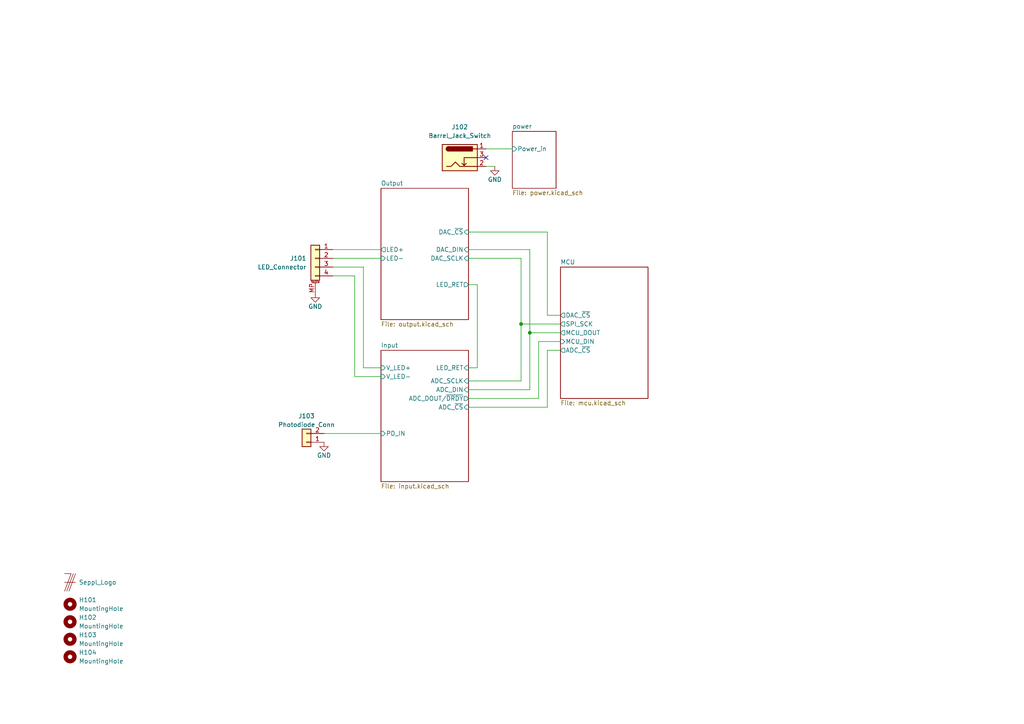
<source format=kicad_sch>
(kicad_sch (version 20230121) (generator eeschema)
  (paper "A4")
  (title_block (title "led-efficiency-measurement") (date "2023-01-24") (rev "0.1"))
  (lib_symbols
    (symbol "Connector:Barrel_Jack_Switch" (pin_names hide)
      (property "Reference" "J" (at 0 5.334 0))
      (property "Value" "Barrel_Jack_Switch" (at 0 -5.08 0))
      (symbol "Barrel_Jack_Switch_0_1"
        (rectangle (start -5.08 3.81) (end 5.08 -3.81) (stroke (width 0.254)) (fill (type background)))
        (arc (start -3.302 3.175) (mid -3.9343 2.54) (end -3.302 1.905) (stroke (width 0.254)))
        (arc (start -3.302 3.175) (mid -3.9343 2.54) (end -3.302 1.905) (stroke (width 0.254)) (fill (type outline)))
        (polyline (pts (xy 1.27 -2.286) (xy 1.905 -1.651)) (stroke (width 0.254)))
        (polyline (pts (xy 5.08 2.54) (xy 3.81 2.54)) (stroke (width 0.254)))
        (polyline (pts (xy 5.08 0) (xy 1.27 0) (xy 1.27 -2.286) (xy 0.635 -1.651)) (stroke (width 0.254)))
        (polyline (pts (xy -3.81 -2.54) (xy -2.54 -2.54) (xy -1.27 -1.27) (xy 0 -2.54) (xy 2.54 -2.54) (xy 5.08 -2.54)) (stroke (width 0.254)))
        (rectangle (start 3.683 3.175) (end -3.302 1.905) (stroke (width 0.254)) (fill (type outline)))
      )
      (symbol "Barrel_Jack_Switch_1_1"
        (pin passive line (at 7.62 2.54 180) (length 2.54) (name "~") (number "1"))
        (pin passive line (at 7.62 -2.54 180) (length 2.54) (name "~") (number "2"))
        (pin passive line (at 7.62 0 180) (length 2.54) (name "~") (number "3"))
      )
    )
    (symbol "Connector_Generic:Conn_01x02" (pin_names (offset 1.016) hide)
      (property "Reference" "J" (at 0 2.54 0))
      (property "Value" "Conn_01x02" (at 0 -5.08 0))
      (symbol "Conn_01x02_1_1"
        (rectangle (start -1.27 -2.413) (end 0 -2.667) (stroke (width 0.1524)))
        (rectangle (start -1.27 0.127) (end 0 -0.127) (stroke (width 0.1524)))
        (rectangle (start -1.27 1.27) (end 1.27 -3.81) (stroke (width 0.254)) (fill (type background)))
        (pin passive line (at -5.08 0 0) (length 3.81) (name "Pin_1") (number "1"))
        (pin passive line (at -5.08 -2.54 0) (length 3.81) (name "Pin_2") (number "2"))
      )
    )
    (symbol "Connector_Generic_MountingPin:Conn_01x04_MountingPin" (pin_names (offset 1.016) hide)
      (property "Reference" "J" (at 0 5.08 0))
      (property "Value" "Conn_01x04_MountingPin" (at 1.27 -7.62 0))
      (symbol "Conn_01x04_MountingPin_1_1"
        (rectangle (start -1.27 -4.953) (end 0 -5.207) (stroke (width 0.1524)))
        (rectangle (start -1.27 -2.413) (end 0 -2.667) (stroke (width 0.1524)))
        (rectangle (start -1.27 0.127) (end 0 -0.127) (stroke (width 0.1524)))
        (rectangle (start -1.27 2.667) (end 0 2.413) (stroke (width 0.1524)))
        (rectangle (start -1.27 3.81) (end 1.27 -6.35) (stroke (width 0.254)) (fill (type background)))
        (polyline (pts (xy -1.016 -7.112) (xy 1.016 -7.112)) (stroke (width 0.1524)))
        (text "Mounting" (at 0 -6.731 0) (effects (font (size 0.381 0.381))))
        (pin passive line (at -5.08 2.54 0) (length 3.81) (name "Pin_1") (number "1"))
        (pin passive line (at -5.08 0 0) (length 3.81) (name "Pin_2") (number "2"))
        (pin passive line (at -5.08 -2.54 0) (length 3.81) (name "Pin_3") (number "3"))
        (pin passive line (at -5.08 -5.08 0) (length 3.81) (name "Pin_4") (number "4"))
        (pin passive line (at 0 -10.16 90) (length 3.048) (name "MountPin") (number "MP"))
      )
    )
    (symbol "Seppl_Logo:Seppl_Logo" (in_bom no)
      (property "Value" "Seppl_Logo" (at 0 3.81 0))
      (symbol "Seppl_Logo_0_1"
        (polyline (pts (xy -1.5875 0) (xy 1.5875 0)))
        (polyline (pts (xy -0.9525 -2.54) (xy 0.9525 2.54)))
        (polyline (pts (xy -0.3175 -2.54) (xy 1.5875 2.54)))
        (polyline (pts (xy -1.5875 2.54) (xy 0.3175 2.54) (xy -1.5875 -2.54)))
      )
    )
    (symbol "Seppl_Mechanical:MountingHole" (pin_names (offset 1.016)) (in_bom no)
      (property "Reference" "H" (at 0 5.08 0))
      (property "Value" "MountingHole" (at 0 3.175 0))
      (symbol "MountingHole_0_1"
        (circle (center 0 0) (radius 1.27) (stroke (width 1.27)))
      )
    )
    (symbol "power:GND" (power) (pin_names (offset 0))
      (property "Value" "GND" (at 0 -3.81 0))
      (symbol "GND_0_1"
        (polyline (pts (xy 0 0) (xy 0 -1.27) (xy 1.27 -1.27) (xy 0 -2.54) (xy -1.27 -1.27) (xy 0 -1.27)))
      )
      (symbol "GND_1_1"
        (pin power_in line (at 0 0 270) (length 0) hide (name "GND") (number "1"))
      )
    )
  )
  (junction (at 151.13 93.98))
  (junction (at 153.67 96.52))
  (no_connect (at 140.97 45.72))
  (wire (pts (xy 153.67 113.03) (xy 153.67 96.52)))
  (wire (pts (xy 140.97 43.18) (xy 148.59 43.18)))
  (wire (pts (xy 135.89 67.31) (xy 158.75 67.31)))
  (wire (pts (xy 158.75 101.6) (xy 158.75 118.11)))
  (wire (pts (xy 93.98 125.73) (xy 110.49 125.73)))
  (wire (pts (xy 153.67 72.39) (xy 153.67 96.52)))
  (wire (pts (xy 158.75 67.31) (xy 158.75 91.44)))
  (wire (pts (xy 102.87 109.22) (xy 102.87 80.01)))
  (wire (pts (xy 151.13 110.49) (xy 151.13 93.98)))
  (wire (pts (xy 105.41 106.68) (xy 105.41 77.47)))
  (wire (pts (xy 151.13 93.98) (xy 162.56 93.98)))
  (wire (pts (xy 96.52 72.39) (xy 110.49 72.39)))
  (wire (pts (xy 110.49 109.22) (xy 102.87 109.22)))
  (wire (pts (xy 156.21 99.06) (xy 162.56 99.06)))
  (wire (pts (xy 135.89 74.93) (xy 151.13 74.93)))
  (wire (pts (xy 135.89 118.11) (xy 158.75 118.11)))
  (wire (pts (xy 151.13 74.93) (xy 151.13 93.98)))
  (wire (pts (xy 96.52 74.93) (xy 110.49 74.93)))
  (wire (pts (xy 158.75 91.44) (xy 162.56 91.44)))
  (wire (pts (xy 102.87 80.01) (xy 96.52 80.01)))
  (wire (pts (xy 138.43 106.68) (xy 135.89 106.68)))
  (wire (pts (xy 110.49 106.68) (xy 105.41 106.68)))
  (wire (pts (xy 135.89 110.49) (xy 151.13 110.49)))
  (wire (pts (xy 153.67 96.52) (xy 162.56 96.52)))
  (wire (pts (xy 138.43 82.55) (xy 138.43 106.68)))
  (wire (pts (xy 135.89 113.03) (xy 153.67 113.03)))
  (wire (pts (xy 105.41 77.47) (xy 96.52 77.47)))
  (wire (pts (xy 143.51 48.26) (xy 140.97 48.26)))
  (wire (pts (xy 135.89 72.39) (xy 153.67 72.39)))
  (wire (pts (xy 135.89 82.55) (xy 138.43 82.55)))
  (wire (pts (xy 156.21 115.57) (xy 156.21 99.06)))
  (wire (pts (xy 158.75 101.6) (xy 162.56 101.6)))
  (wire (pts (xy 135.89 115.57) (xy 156.21 115.57)))
  (symbol (lib_id "power:GND") (at 91.44 85.09 0) (unit 1)
    (property "Reference" "#PWR0101" (effects hide))
    (property "Value" "GND" (at 91.44 88.9 0))
  )
  (symbol (lib_id "Seppl_Logo:Seppl_Logo") (at 20.32 168.91 0) (unit 1) (in_bom no)
    (property "Reference" "Logo101" (effects hide))
    (property "Value" "Seppl_Logo" (at 22.86 168.9099 0) (effects (justify left)))
    (property "Footprint" "Seppl_Logo:Logo_5x7.5" (effects hide))
  )
  (symbol (lib_id "Connector_Generic:Conn_01x02") (at 88.9 128.27 180) (unit 1)
    (property "Reference" "J103" (at 88.9 120.65 0))
    (property "Value" "Photodiode Conn" (at 88.9 123.19 0))
    (property "Footprint" "Connector_Molex:Molex_KK-254_AE-6410-02A_1x02_P2.54mm_Vertical" (effects hide))
  )
  (symbol (lib_id "Connector_Generic_MountingPin:Conn_01x04_MountingPin") (at 91.44 74.93 0) (mirror y) (unit 1)
    (property "Reference" "J101" (at 88.9 74.9299 0) (effects (justify left)))
    (property "Value" "LED_Connector" (at 88.9 77.4699 0) (effects (justify left)))
    (property "Footprint" "Connector_Molex:Molex_PicoBlade_53261-0471_1x04-1MP_P1.25mm_Horizontal" (effects hide))
  )
  (symbol (lib_id "Seppl_Mechanical:MountingHole") (at 20.32 190.5 0) (unit 1) (in_bom no)
    (property "Reference" "H104" (at 22.86 189.2299 0) (effects (justify left)))
    (property "Value" "MountingHole" (at 22.86 191.7699 0) (effects (justify left)))
    (property "Footprint" "MountingHole:MountingHole_3.2mm_M3" (effects hide))
  )
  (symbol (lib_id "power:GND") (at 143.51 48.26 0) (unit 1)
    (property "Reference" "#PWR0103" (effects hide))
    (property "Value" "GND" (at 143.51 52.07 0))
  )
  (symbol (lib_id "Connector:Barrel_Jack_Switch") (at 133.35 45.72 0) (unit 1)
    (property "Reference" "J102" (at 133.35 36.83 0))
    (property "Value" "Barrel_Jack_Switch" (at 133.35 39.37 0))
    (property "Footprint" "Seppl_Connector_BarrelJack:BarrelJack_Lumberg_161321" (effects hide))
  )
  (symbol (lib_id "Seppl_Mechanical:MountingHole") (at 20.32 180.34 0) (unit 1) (in_bom no)
    (property "Reference" "H102" (at 22.86 179.0699 0) (effects (justify left)))
    (property "Value" "MountingHole" (at 22.86 181.6099 0) (effects (justify left)))
    (property "Footprint" "MountingHole:MountingHole_3.2mm_M3" (effects hide))
  )
  (symbol (lib_id "Seppl_Mechanical:MountingHole") (at 20.32 175.26 0) (unit 1) (in_bom no)
    (property "Reference" "H101" (at 22.86 173.9899 0) (effects (justify left)))
    (property "Value" "MountingHole" (at 22.86 176.5299 0) (effects (justify left)))
    (property "Footprint" "MountingHole:MountingHole_3.2mm_M3" (effects hide))
  )
  (symbol (lib_id "power:GND") (at 93.98 128.27 0) (unit 1)
    (property "Reference" "#PWR0102" (effects hide))
    (property "Value" "GND" (at 93.98 132.08 0))
  )
  (symbol (lib_id "Seppl_Mechanical:MountingHole") (at 20.32 185.42 0) (unit 1) (in_bom no)
    (property "Reference" "H103" (at 22.86 184.1499 0) (effects (justify left)))
    (property "Value" "MountingHole" (at 22.86 186.6899 0) (effects (justify left)))
    (property "Footprint" "MountingHole:MountingHole_3.2mm_M3" (effects hide))
  )
  (sheet (at 110.49 54.61) (size 25.4 38.1) (stroke (width 0.1524))
    (property "Sheetname" "Output" (at 110.49 53.8984 0) (effects (justify left bottom)))
    (property "Sheetfile" "output.kicad_sch" (at 110.49 93.2946 0) (effects (justify left top)))
    (pin "DAC_DIN" input (at 135.89 72.39 0))
    (pin "DAC_~{CS}" input (at 135.89 67.31 0))
    (pin "DAC_SCLK" input (at 135.89 74.93 0))
    (pin "LED_RET" output (at 135.89 82.55 0))
    (pin "LED+" output (at 110.49 72.39 180))
    (pin "LED-" input (at 110.49 74.93 180))
  )
  (sheet (at 110.49 101.6) (size 25.4 38.1) (stroke (width 0.1524))
    (property "Sheetname" "Input" (at 110.49 100.8884 0) (effects (justify left bottom)))
    (property "Sheetfile" "input.kicad_sch" (at 110.49 140.2846 0) (effects (justify left top)))
    (pin "ADC_~{CS}" input (at 135.89 118.11 0))
    (pin "ADC_DOUT{slash}~{DRDY}" output (at 135.89 115.57 0))
    (pin "ADC_DIN" input (at 135.89 113.03 0))
    (pin "ADC_SCLK" input (at 135.89 110.49 0))
    (pin "LED_RET" input (at 135.89 106.68 0))
    (pin "PD_IN" input (at 110.49 125.73 180))
    (pin "V_LED+" input (at 110.49 106.68 180))
    (pin "V_LED-" input (at 110.49 109.22 180))
  )
  (sheet (at 148.59 38.1) (size 12.7 16.51) (stroke (width 0.1524))
    (property "Sheetname" "power" (at 148.59 37.3884 0) (effects (justify left bottom)))
    (property "Sheetfile" "power.kicad_sch" (at 148.59 55.1946 0) (effects (justify left top)))
    (pin "Power_in" input (at 148.59 43.18 180))
  )
  (sheet (at 162.56 77.47) (size 25.4 38.1) (stroke (width 0.1524))
    (property "Sheetname" "MCU" (at 162.56 76.7584 0) (effects (justify left bottom)))
    (property "Sheetfile" "mcu.kicad_sch" (at 162.56 116.1546 0) (effects (justify left top)))
    (pin "ADC_~{CS}" output (at 162.56 101.6 180))
    (pin "MCU_DOUT" output (at 162.56 96.52 180))
    (pin "MCU_DIN" input (at 162.56 99.06 180))
    (pin "DAC_~{CS}" output (at 162.56 91.44 180))
    (pin "SPI_SCK" output (at 162.56 93.98 180))
  )
)
</source>
